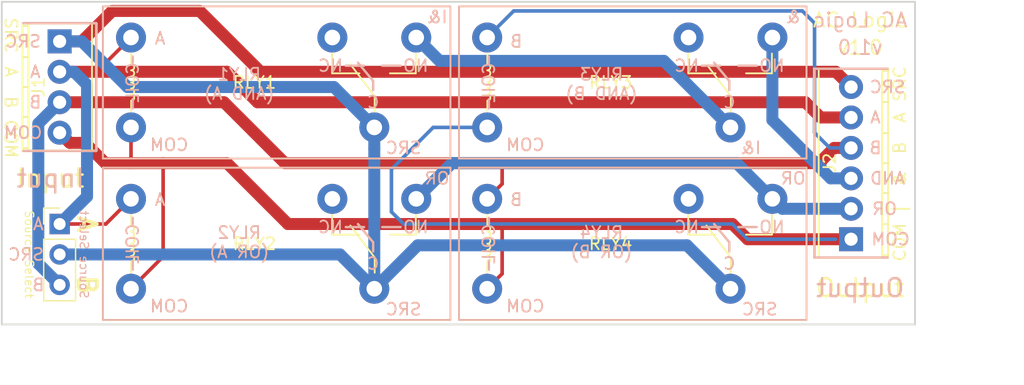
<source format=kicad_pcb>
(kicad_pcb (version 4) (host pcbnew 4.0.7)

  (general
    (links 22)
    (no_connects 1)
    (area 114.441 75.362999 190.829001 102.437001)
    (thickness 1.6)
    (drawings 91)
    (tracks 86)
    (zones 0)
    (modules 7)
    (nets 12)
  )

  (page A4)
  (layers
    (0 F.Cu signal hide)
    (31 B.Cu signal)
    (32 B.Adhes user)
    (33 F.Adhes user)
    (34 B.Paste user)
    (35 F.Paste user)
    (36 B.SilkS user)
    (37 F.SilkS user)
    (38 B.Mask user)
    (39 F.Mask user)
    (40 Dwgs.User user)
    (41 Cmts.User user)
    (42 Eco1.User user)
    (43 Eco2.User user)
    (44 Edge.Cuts user)
    (45 Margin user)
    (46 B.CrtYd user)
    (47 F.CrtYd user)
    (48 B.Fab user hide)
    (49 F.Fab user hide)
  )

  (setup
    (last_trace_width 0.25)
    (trace_clearance 0.2)
    (zone_clearance 0.508)
    (zone_45_only no)
    (trace_min 0.2)
    (segment_width 0.2)
    (edge_width 0.15)
    (via_size 0.6)
    (via_drill 0.4)
    (via_min_size 0.4)
    (via_min_drill 0.3)
    (uvia_size 0.3)
    (uvia_drill 0.1)
    (uvias_allowed no)
    (uvia_min_size 0.2)
    (uvia_min_drill 0.1)
    (pcb_text_width 0.3)
    (pcb_text_size 1.5 1.5)
    (mod_edge_width 0.15)
    (mod_text_size 1 1)
    (mod_text_width 0.15)
    (pad_size 1.524 1.524)
    (pad_drill 0.762)
    (pad_to_mask_clearance 0.2)
    (aux_axis_origin 0 0)
    (visible_elements 7FFFFFFF)
    (pcbplotparams
      (layerselection 0x010f0_80000001)
      (usegerberextensions false)
      (excludeedgelayer true)
      (linewidth 0.100000)
      (plotframeref false)
      (viasonmask false)
      (mode 1)
      (useauxorigin false)
      (hpglpennumber 1)
      (hpglpenspeed 20)
      (hpglpendiameter 15)
      (hpglpenoverlay 2)
      (psnegative false)
      (psa4output false)
      (plotreference true)
      (plotvalue true)
      (plotinvisibletext false)
      (padsonsilk false)
      (subtractmaskfromsilk false)
      (outputformat 1)
      (mirror false)
      (drillshape 0)
      (scaleselection 1)
      (outputdirectory Export/))
  )

  (net 0 "")
  (net 1 SOURCE)
  (net 2 A)
  (net 3 B)
  (net 4 COMMON)
  (net 5 AND)
  (net 6 OR)
  (net 7 INT_AND)
  (net 8 "Net-(RLY1-Pad12)")
  (net 9 "Net-(RLY2-Pad12)")
  (net 10 "Net-(RLY3-Pad12)")
  (net 11 "Net-(RLY4-Pad12)")

  (net_class Default "This is the default net class."
    (clearance 0.2)
    (trace_width 0.25)
    (via_dia 0.6)
    (via_drill 0.4)
    (uvia_dia 0.3)
    (uvia_drill 0.1)
  )

  (net_class "High Current" ""
    (clearance 0.2)
    (trace_width 1)
    (via_dia 0.6)
    (via_drill 0.4)
    (uvia_dia 0.3)
    (uvia_drill 0.1)
    (add_net A)
    (add_net AND)
    (add_net B)
    (add_net INT_AND)
    (add_net OR)
    (add_net SOURCE)
  )

  (net_class "Low Current" ""
    (clearance 0.2)
    (trace_width 0.3)
    (via_dia 0.6)
    (via_drill 0.4)
    (uvia_dia 0.3)
    (uvia_drill 0.1)
    (add_net COMMON)
    (add_net "Net-(RLY1-Pad12)")
    (add_net "Net-(RLY2-Pad12)")
    (add_net "Net-(RLY3-Pad12)")
    (add_net "Net-(RLY4-Pad12)")
  )

  (module Pin_Headers:Pin_Header_Straight_1x03_Pitch2.54mm (layer F.Cu) (tedit 5C58C9F5) (tstamp 5C58B6FB)
    (at 119.38 93.98)
    (descr "Through hole straight pin header, 1x03, 2.54mm pitch, single row")
    (tags "Through hole pin header THT 1x03 2.54mm single row")
    (path /5C58CA88)
    (fp_text reference JP1 (at 0 7.366) (layer F.SilkS) hide
      (effects (font (size 1 1) (thickness 0.15)))
    )
    (fp_text value "Source Select" (at -2.794 2.54 270) (layer F.Fab)
      (effects (font (size 1 1) (thickness 0.15)))
    )
    (fp_line (start -0.635 -1.27) (end 1.27 -1.27) (layer F.Fab) (width 0.1))
    (fp_line (start 1.27 -1.27) (end 1.27 6.35) (layer F.Fab) (width 0.1))
    (fp_line (start 1.27 6.35) (end -1.27 6.35) (layer F.Fab) (width 0.1))
    (fp_line (start -1.27 6.35) (end -1.27 -0.635) (layer F.Fab) (width 0.1))
    (fp_line (start -1.27 -0.635) (end -0.635 -1.27) (layer F.Fab) (width 0.1))
    (fp_line (start -1.33 6.41) (end 1.33 6.41) (layer F.SilkS) (width 0.12))
    (fp_line (start -1.33 1.27) (end -1.33 6.41) (layer F.SilkS) (width 0.12))
    (fp_line (start 1.33 1.27) (end 1.33 6.41) (layer F.SilkS) (width 0.12))
    (fp_line (start -1.33 1.27) (end 1.33 1.27) (layer F.SilkS) (width 0.12))
    (fp_line (start -1.33 0) (end -1.33 -1.33) (layer F.SilkS) (width 0.12))
    (fp_line (start -1.33 -1.33) (end 0 -1.33) (layer F.SilkS) (width 0.12))
    (fp_line (start -1.8 -1.8) (end -1.8 6.85) (layer F.CrtYd) (width 0.05))
    (fp_line (start -1.8 6.85) (end 1.8 6.85) (layer F.CrtYd) (width 0.05))
    (fp_line (start 1.8 6.85) (end 1.8 -1.8) (layer F.CrtYd) (width 0.05))
    (fp_line (start 1.8 -1.8) (end -1.8 -1.8) (layer F.CrtYd) (width 0.05))
    (fp_text user %R (at 0 -2.032) (layer F.Fab)
      (effects (font (size 1 1) (thickness 0.15)))
    )
    (pad 1 thru_hole rect (at 0 0) (size 1.7 1.7) (drill 1) (layers *.Cu *.Mask)
      (net 2 A))
    (pad 2 thru_hole oval (at 0 2.54) (size 1.7 1.7) (drill 1) (layers *.Cu *.Mask)
      (net 1 SOURCE))
    (pad 3 thru_hole oval (at 0 5.08) (size 1.7 1.7) (drill 1) (layers *.Cu *.Mask)
      (net 3 B))
    (model ${KISYS3DMOD}/Pin_Headers.3dshapes/Pin_Header_Straight_1x03_Pitch2.54mm.wrl
      (at (xyz 0 0 0))
      (scale (xyz 1 1 1))
      (rotate (xyz 0 0 0))
    )
  )

  (module Footprints:TE-RT1-3.5mm (layer F.Cu) (tedit 5C58CB1A) (tstamp 5C58B71E)
    (at 135.636 82.169)
    (path /5C58C26A)
    (fp_text reference RLY1 (at 0 0) (layer F.SilkS)
      (effects (font (size 1 1) (thickness 0.15)))
    )
    (fp_text value AND_A (at 0 5.08) (layer F.Fab)
      (effects (font (size 1 1) (thickness 0.15)))
    )
    (fp_line (start -10.287 -1.524) (end -10.287 -2.413) (layer F.SilkS) (width 0.15))
    (fp_line (start -10.287 1.524) (end -10.287 2.413) (layer F.SilkS) (width 0.15))
    (fp_arc (start -10.287 -0.254) (end -10.287 -0.508) (angle 180) (layer F.SilkS) (width 0.15))
    (fp_line (start 10.033 1.143) (end 8.001 -1.524) (layer F.SilkS) (width 0.15))
    (fp_line (start 10.033 2.413) (end 10.033 1.143) (layer F.SilkS) (width 0.15))
    (fp_line (start 13.462 -0.762) (end 11.303 -0.762) (layer F.SilkS) (width 0.15))
    (fp_line (start 13.462 -2.413) (end 13.462 -0.762) (layer F.SilkS) (width 0.15))
    (fp_line (start 6.477 -0.762) (end 8.763 -0.762) (layer F.SilkS) (width 0.15))
    (fp_line (start 6.477 -2.413) (end 6.477 -0.762) (layer F.SilkS) (width 0.15))
    (fp_text user C (at 9.906 1.651) (layer B.SilkS)
      (effects (font (size 1 1) (thickness 0.15)) (justify mirror))
    )
    (fp_line (start -12.65 -6.35) (end -12.65 6.35) (layer F.SilkS) (width 0.15))
    (fp_line (start 16.35 6.35) (end -12.65 6.35) (layer F.SilkS) (width 0.15))
    (fp_line (start 16.35 -6.35) (end 16.35 6.35) (layer F.SilkS) (width 0.15))
    (fp_line (start -12.65 -6.35) (end 16.35 -6.35) (layer F.SilkS) (width 0.15))
    (fp_text user NO (at 13.462 -1.397) (layer B.SilkS)
      (effects (font (size 1 1) (thickness 0.15)) (justify mirror))
    )
    (fp_text user NC (at 6.35 -1.397) (layer B.SilkS)
      (effects (font (size 1 1) (thickness 0.15)) (justify mirror))
    )
    (fp_text user COIL (at -10.16 0 90) (layer B.SilkS)
      (effects (font (size 1 1) (thickness 0.15)) (justify mirror))
    )
    (fp_arc (start -10.287 -1.27) (end -10.287 -1.524) (angle 180) (layer F.SilkS) (width 0.15))
    (fp_arc (start -10.287 -0.762) (end -10.287 -1.016) (angle 180) (layer F.SilkS) (width 0.15))
    (fp_arc (start -10.287 0.762) (end -10.287 0.508) (angle 180) (layer F.SilkS) (width 0.15))
    (fp_arc (start -10.287 0.254) (end -10.287 0) (angle 180) (layer F.SilkS) (width 0.15))
    (fp_arc (start -10.287 1.27) (end -10.287 1.016) (angle 180) (layer F.SilkS) (width 0.15))
    (fp_line (start -12.65 6.35) (end 16.35 6.35) (layer B.SilkS) (width 0.15))
    (fp_line (start 16.35 6.35) (end 16.35 -6.35) (layer B.SilkS) (width 0.15))
    (fp_line (start 16.35 -6.35) (end -12.65 -6.35) (layer B.SilkS) (width 0.15))
    (fp_line (start -12.65 6.35) (end -12.65 -6.35) (layer B.SilkS) (width 0.15))
    (pad A2 thru_hole circle (at -10.3 3.75) (size 2.5 2.5) (drill 1.3) (layers *.Cu *.Mask)
      (net 4 COMMON))
    (pad A1 thru_hole circle (at -10.3 -3.75) (size 2.5 2.5) (drill 1.3) (layers *.Cu *.Mask)
      (net 2 A))
    (pad 11 thru_hole circle (at 10 3.75) (size 2.5 2.5) (drill 1.3) (layers *.Cu *.Mask)
      (net 1 SOURCE))
    (pad 14 thru_hole circle (at 13.5 -3.75) (size 2.5 2.5) (drill 1.3) (layers *.Cu *.Mask)
      (net 7 INT_AND))
    (pad 12 thru_hole circle (at 6.5 -3.75) (size 2.5 2.5) (drill 1.3) (layers *.Cu *.Mask)
      (net 8 "Net-(RLY1-Pad12)"))
    (model Relays_THT.3dshapes/Relay_SPDT_OMRON-G6E.wrl
      (at (xyz 0.525 0.19 0))
      (scale (xyz 1.8 1.25 1.8))
      (rotate (xyz 0 0 180))
    )
  )

  (module Footprints:TE-RT1-3.5mm (layer F.Cu) (tedit 5C58CB16) (tstamp 5C58B741)
    (at 135.636 95.631)
    (path /5C58C2E3)
    (fp_text reference RLY2 (at 0 0) (layer F.SilkS)
      (effects (font (size 1 1) (thickness 0.15)))
    )
    (fp_text value OR_A (at 0 5.08) (layer F.Fab)
      (effects (font (size 1 1) (thickness 0.15)))
    )
    (fp_line (start -10.287 -1.524) (end -10.287 -2.413) (layer F.SilkS) (width 0.15))
    (fp_line (start -10.287 1.524) (end -10.287 2.413) (layer F.SilkS) (width 0.15))
    (fp_arc (start -10.287 -0.254) (end -10.287 -0.508) (angle 180) (layer F.SilkS) (width 0.15))
    (fp_line (start 10.033 1.143) (end 8.001 -1.524) (layer F.SilkS) (width 0.15))
    (fp_line (start 10.033 2.413) (end 10.033 1.143) (layer F.SilkS) (width 0.15))
    (fp_line (start 13.462 -0.762) (end 11.303 -0.762) (layer F.SilkS) (width 0.15))
    (fp_line (start 13.462 -2.413) (end 13.462 -0.762) (layer F.SilkS) (width 0.15))
    (fp_line (start 6.477 -0.762) (end 8.763 -0.762) (layer F.SilkS) (width 0.15))
    (fp_line (start 6.477 -2.413) (end 6.477 -0.762) (layer F.SilkS) (width 0.15))
    (fp_text user C (at 9.906 1.651) (layer B.SilkS)
      (effects (font (size 1 1) (thickness 0.15)) (justify mirror))
    )
    (fp_line (start -12.65 -6.35) (end -12.65 6.35) (layer F.SilkS) (width 0.15))
    (fp_line (start 16.35 6.35) (end -12.65 6.35) (layer F.SilkS) (width 0.15))
    (fp_line (start 16.35 -6.35) (end 16.35 6.35) (layer F.SilkS) (width 0.15))
    (fp_line (start -12.65 -6.35) (end 16.35 -6.35) (layer F.SilkS) (width 0.15))
    (fp_text user NO (at 13.462 -1.397) (layer B.SilkS)
      (effects (font (size 1 1) (thickness 0.15)) (justify mirror))
    )
    (fp_text user NC (at 6.35 -1.397) (layer B.SilkS)
      (effects (font (size 1 1) (thickness 0.15)) (justify mirror))
    )
    (fp_text user COIL (at -10.16 0 90) (layer B.SilkS)
      (effects (font (size 1 1) (thickness 0.15)) (justify mirror))
    )
    (fp_arc (start -10.287 -1.27) (end -10.287 -1.524) (angle 180) (layer F.SilkS) (width 0.15))
    (fp_arc (start -10.287 -0.762) (end -10.287 -1.016) (angle 180) (layer F.SilkS) (width 0.15))
    (fp_arc (start -10.287 0.762) (end -10.287 0.508) (angle 180) (layer F.SilkS) (width 0.15))
    (fp_arc (start -10.287 0.254) (end -10.287 0) (angle 180) (layer F.SilkS) (width 0.15))
    (fp_arc (start -10.287 1.27) (end -10.287 1.016) (angle 180) (layer F.SilkS) (width 0.15))
    (fp_line (start -12.65 6.35) (end 16.35 6.35) (layer B.SilkS) (width 0.15))
    (fp_line (start 16.35 6.35) (end 16.35 -6.35) (layer B.SilkS) (width 0.15))
    (fp_line (start 16.35 -6.35) (end -12.65 -6.35) (layer B.SilkS) (width 0.15))
    (fp_line (start -12.65 6.35) (end -12.65 -6.35) (layer B.SilkS) (width 0.15))
    (pad A2 thru_hole circle (at -10.3 3.75) (size 2.5 2.5) (drill 1.3) (layers *.Cu *.Mask)
      (net 4 COMMON))
    (pad A1 thru_hole circle (at -10.3 -3.75) (size 2.5 2.5) (drill 1.3) (layers *.Cu *.Mask)
      (net 2 A))
    (pad 11 thru_hole circle (at 10 3.75) (size 2.5 2.5) (drill 1.3) (layers *.Cu *.Mask)
      (net 1 SOURCE))
    (pad 14 thru_hole circle (at 13.5 -3.75) (size 2.5 2.5) (drill 1.3) (layers *.Cu *.Mask)
      (net 6 OR))
    (pad 12 thru_hole circle (at 6.5 -3.75) (size 2.5 2.5) (drill 1.3) (layers *.Cu *.Mask)
      (net 9 "Net-(RLY2-Pad12)"))
    (model Relays_THT.3dshapes/Relay_SPDT_OMRON-G6E.wrl
      (at (xyz 0.525 0.19 0))
      (scale (xyz 1.8 1.25 1.8))
      (rotate (xyz 0 0 180))
    )
  )

  (module Footprints:TE-RT1-3.5mm (layer F.Cu) (tedit 5C58CB0E) (tstamp 5C58B764)
    (at 165.354 82.169)
    (path /5C58C2AD)
    (fp_text reference RLY3 (at 0 0) (layer F.SilkS)
      (effects (font (size 1 1) (thickness 0.15)))
    )
    (fp_text value AND_B (at 0 5.08) (layer F.Fab)
      (effects (font (size 1 1) (thickness 0.15)))
    )
    (fp_line (start -10.287 -1.524) (end -10.287 -2.413) (layer F.SilkS) (width 0.15))
    (fp_line (start -10.287 1.524) (end -10.287 2.413) (layer F.SilkS) (width 0.15))
    (fp_arc (start -10.287 -0.254) (end -10.287 -0.508) (angle 180) (layer F.SilkS) (width 0.15))
    (fp_line (start 10.033 1.143) (end 8.001 -1.524) (layer F.SilkS) (width 0.15))
    (fp_line (start 10.033 2.413) (end 10.033 1.143) (layer F.SilkS) (width 0.15))
    (fp_line (start 13.462 -0.762) (end 11.303 -0.762) (layer F.SilkS) (width 0.15))
    (fp_line (start 13.462 -2.413) (end 13.462 -0.762) (layer F.SilkS) (width 0.15))
    (fp_line (start 6.477 -0.762) (end 8.763 -0.762) (layer F.SilkS) (width 0.15))
    (fp_line (start 6.477 -2.413) (end 6.477 -0.762) (layer F.SilkS) (width 0.15))
    (fp_text user C (at 9.906 1.651) (layer B.SilkS)
      (effects (font (size 1 1) (thickness 0.15)) (justify mirror))
    )
    (fp_line (start -12.65 -6.35) (end -12.65 6.35) (layer F.SilkS) (width 0.15))
    (fp_line (start 16.35 6.35) (end -12.65 6.35) (layer F.SilkS) (width 0.15))
    (fp_line (start 16.35 -6.35) (end 16.35 6.35) (layer F.SilkS) (width 0.15))
    (fp_line (start -12.65 -6.35) (end 16.35 -6.35) (layer F.SilkS) (width 0.15))
    (fp_text user NO (at 13.462 -1.397) (layer B.SilkS)
      (effects (font (size 1 1) (thickness 0.15)) (justify mirror))
    )
    (fp_text user NC (at 6.35 -1.397) (layer B.SilkS)
      (effects (font (size 1 1) (thickness 0.15)) (justify mirror))
    )
    (fp_text user COIL (at -10.16 0 90) (layer B.SilkS)
      (effects (font (size 1 1) (thickness 0.15)) (justify mirror))
    )
    (fp_arc (start -10.287 -1.27) (end -10.287 -1.524) (angle 180) (layer F.SilkS) (width 0.15))
    (fp_arc (start -10.287 -0.762) (end -10.287 -1.016) (angle 180) (layer F.SilkS) (width 0.15))
    (fp_arc (start -10.287 0.762) (end -10.287 0.508) (angle 180) (layer F.SilkS) (width 0.15))
    (fp_arc (start -10.287 0.254) (end -10.287 0) (angle 180) (layer F.SilkS) (width 0.15))
    (fp_arc (start -10.287 1.27) (end -10.287 1.016) (angle 180) (layer F.SilkS) (width 0.15))
    (fp_line (start -12.65 6.35) (end 16.35 6.35) (layer B.SilkS) (width 0.15))
    (fp_line (start 16.35 6.35) (end 16.35 -6.35) (layer B.SilkS) (width 0.15))
    (fp_line (start 16.35 -6.35) (end -12.65 -6.35) (layer B.SilkS) (width 0.15))
    (fp_line (start -12.65 6.35) (end -12.65 -6.35) (layer B.SilkS) (width 0.15))
    (pad A2 thru_hole circle (at -10.3 3.75) (size 2.5 2.5) (drill 1.3) (layers *.Cu *.Mask)
      (net 4 COMMON))
    (pad A1 thru_hole circle (at -10.3 -3.75) (size 2.5 2.5) (drill 1.3) (layers *.Cu *.Mask)
      (net 3 B))
    (pad 11 thru_hole circle (at 10 3.75) (size 2.5 2.5) (drill 1.3) (layers *.Cu *.Mask)
      (net 7 INT_AND))
    (pad 14 thru_hole circle (at 13.5 -3.75) (size 2.5 2.5) (drill 1.3) (layers *.Cu *.Mask)
      (net 5 AND))
    (pad 12 thru_hole circle (at 6.5 -3.75) (size 2.5 2.5) (drill 1.3) (layers *.Cu *.Mask)
      (net 10 "Net-(RLY3-Pad12)"))
    (model Relays_THT.3dshapes/Relay_SPDT_OMRON-G6E.wrl
      (at (xyz 0.525 0.19 0))
      (scale (xyz 1.8 1.25 1.8))
      (rotate (xyz 0 0 180))
    )
  )

  (module Footprints:TE-RT1-3.5mm (layer F.Cu) (tedit 5C58CB12) (tstamp 5C58B787)
    (at 165.354 95.631)
    (path /5C58C357)
    (fp_text reference RLY4 (at 0 0) (layer F.SilkS)
      (effects (font (size 1 1) (thickness 0.15)))
    )
    (fp_text value OR_B (at 0 5.08) (layer F.Fab)
      (effects (font (size 1 1) (thickness 0.15)))
    )
    (fp_line (start -10.287 -1.524) (end -10.287 -2.413) (layer F.SilkS) (width 0.15))
    (fp_line (start -10.287 1.524) (end -10.287 2.413) (layer F.SilkS) (width 0.15))
    (fp_arc (start -10.287 -0.254) (end -10.287 -0.508) (angle 180) (layer F.SilkS) (width 0.15))
    (fp_line (start 10.033 1.143) (end 8.001 -1.524) (layer F.SilkS) (width 0.15))
    (fp_line (start 10.033 2.413) (end 10.033 1.143) (layer F.SilkS) (width 0.15))
    (fp_line (start 13.462 -0.762) (end 11.303 -0.762) (layer F.SilkS) (width 0.15))
    (fp_line (start 13.462 -2.413) (end 13.462 -0.762) (layer F.SilkS) (width 0.15))
    (fp_line (start 6.477 -0.762) (end 8.763 -0.762) (layer F.SilkS) (width 0.15))
    (fp_line (start 6.477 -2.413) (end 6.477 -0.762) (layer F.SilkS) (width 0.15))
    (fp_text user C (at 9.906 1.651) (layer B.SilkS)
      (effects (font (size 1 1) (thickness 0.15)) (justify mirror))
    )
    (fp_line (start -12.65 -6.35) (end -12.65 6.35) (layer F.SilkS) (width 0.15))
    (fp_line (start 16.35 6.35) (end -12.65 6.35) (layer F.SilkS) (width 0.15))
    (fp_line (start 16.35 -6.35) (end 16.35 6.35) (layer F.SilkS) (width 0.15))
    (fp_line (start -12.65 -6.35) (end 16.35 -6.35) (layer F.SilkS) (width 0.15))
    (fp_text user NO (at 13.462 -1.397) (layer B.SilkS)
      (effects (font (size 1 1) (thickness 0.15)) (justify mirror))
    )
    (fp_text user NC (at 6.35 -1.397) (layer B.SilkS)
      (effects (font (size 1 1) (thickness 0.15)) (justify mirror))
    )
    (fp_text user COIL (at -10.16 0 90) (layer B.SilkS)
      (effects (font (size 1 1) (thickness 0.15)) (justify mirror))
    )
    (fp_arc (start -10.287 -1.27) (end -10.287 -1.524) (angle 180) (layer F.SilkS) (width 0.15))
    (fp_arc (start -10.287 -0.762) (end -10.287 -1.016) (angle 180) (layer F.SilkS) (width 0.15))
    (fp_arc (start -10.287 0.762) (end -10.287 0.508) (angle 180) (layer F.SilkS) (width 0.15))
    (fp_arc (start -10.287 0.254) (end -10.287 0) (angle 180) (layer F.SilkS) (width 0.15))
    (fp_arc (start -10.287 1.27) (end -10.287 1.016) (angle 180) (layer F.SilkS) (width 0.15))
    (fp_line (start -12.65 6.35) (end 16.35 6.35) (layer B.SilkS) (width 0.15))
    (fp_line (start 16.35 6.35) (end 16.35 -6.35) (layer B.SilkS) (width 0.15))
    (fp_line (start 16.35 -6.35) (end -12.65 -6.35) (layer B.SilkS) (width 0.15))
    (fp_line (start -12.65 6.35) (end -12.65 -6.35) (layer B.SilkS) (width 0.15))
    (pad A2 thru_hole circle (at -10.3 3.75) (size 2.5 2.5) (drill 1.3) (layers *.Cu *.Mask)
      (net 4 COMMON))
    (pad A1 thru_hole circle (at -10.3 -3.75) (size 2.5 2.5) (drill 1.3) (layers *.Cu *.Mask)
      (net 3 B))
    (pad 11 thru_hole circle (at 10 3.75) (size 2.5 2.5) (drill 1.3) (layers *.Cu *.Mask)
      (net 1 SOURCE))
    (pad 14 thru_hole circle (at 13.5 -3.75) (size 2.5 2.5) (drill 1.3) (layers *.Cu *.Mask)
      (net 6 OR))
    (pad 12 thru_hole circle (at 6.5 -3.75) (size 2.5 2.5) (drill 1.3) (layers *.Cu *.Mask)
      (net 11 "Net-(RLY4-Pad12)"))
    (model Relays_THT.3dshapes/Relay_SPDT_OMRON-G6E.wrl
      (at (xyz 0.525 0.19 0))
      (scale (xyz 1.8 1.25 1.8))
      (rotate (xyz 0 0 180))
    )
  )

  (module TerminalBlocks_Phoenix:TerminalBlock_Phoenix_MPT-2.54mm_4pol (layer F.Cu) (tedit 59FF0755) (tstamp 5C58BD7D)
    (at 119.38 78.74 270)
    (descr "4-way 2.54mm pitch terminal block, Phoenix MPT series")
    (path /5C58A683)
    (fp_text reference J1 (at 3.81 1.778 270) (layer F.SilkS)
      (effects (font (size 1 1) (thickness 0.15)))
    )
    (fp_text value Input (at -2.286 1.016 360) (layer F.Fab)
      (effects (font (size 1 1) (thickness 0.15)))
    )
    (fp_text user %R (at -2.286 -2.286 360) (layer F.Fab)
      (effects (font (size 1 1) (thickness 0.15)))
    )
    (fp_line (start -1.78 -3.3) (end 9.4 -3.3) (layer F.CrtYd) (width 0.05))
    (fp_line (start -1.78 3.3) (end -1.78 -3.3) (layer F.CrtYd) (width 0.05))
    (fp_line (start 9.4 3.3) (end -1.78 3.3) (layer F.CrtYd) (width 0.05))
    (fp_line (start 9.4 -3.3) (end 9.4 3.3) (layer F.CrtYd) (width 0.05))
    (fp_line (start 9.11098 -3.0988) (end -1.49098 -3.0988) (layer F.SilkS) (width 0.15))
    (fp_line (start -1.49098 -2.70002) (end 9.11098 -2.70002) (layer F.SilkS) (width 0.15))
    (fp_line (start -1.49098 2.60096) (end 9.11098 2.60096) (layer F.SilkS) (width 0.15))
    (fp_line (start 9.11098 3.0988) (end -1.49098 3.0988) (layer F.SilkS) (width 0.15))
    (fp_line (start 6.30682 2.60096) (end 6.30682 3.0988) (layer F.SilkS) (width 0.15))
    (fp_line (start 3.81 2.60096) (end 3.81 3.0988) (layer F.SilkS) (width 0.15))
    (fp_line (start -1.28778 3.0988) (end -1.28778 2.60096) (layer F.SilkS) (width 0.15))
    (fp_line (start 8.91032 2.60096) (end 8.91032 3.0988) (layer F.SilkS) (width 0.15))
    (fp_line (start 1.31318 3.0988) (end 1.31318 2.60096) (layer F.SilkS) (width 0.15))
    (fp_line (start 9.10844 3.0988) (end 9.10844 -3.0988) (layer F.SilkS) (width 0.15))
    (fp_line (start -1.4859 -3.0988) (end -1.4859 3.0988) (layer F.SilkS) (width 0.15))
    (pad 4 thru_hole oval (at 7.62 0 90) (size 1.99898 1.99898) (drill 1.09728) (layers *.Cu *.Mask)
      (net 4 COMMON))
    (pad 1 thru_hole rect (at 0 0 90) (size 1.99898 1.99898) (drill 1.09728) (layers *.Cu *.Mask)
      (net 1 SOURCE))
    (pad 2 thru_hole oval (at 2.54 0 90) (size 1.99898 1.99898) (drill 1.09728) (layers *.Cu *.Mask)
      (net 2 A))
    (pad 3 thru_hole oval (at 5.08 0 90) (size 1.99898 1.99898) (drill 1.09728) (layers *.Cu *.Mask)
      (net 3 B))
    (model Terminal_Blocks.3dshapes/TerminalBlock_Pheonix_MPT-2.54mm_4pol.wrl
      (at (xyz 0.15 0 0))
      (scale (xyz 1 1 1))
      (rotate (xyz 0 0 0))
    )
  )

  (module TerminalBlocks_Phoenix:TerminalBlock_Phoenix_MPT-2.54mm_6pol (layer F.Cu) (tedit 59FF0755) (tstamp 5C58BD84)
    (at 185.42 95.25 90)
    (descr "6-way 2.54mm pitch terminal block, Phoenix MPT series")
    (path /5C58A758)
    (fp_text reference J2 (at 6.35 -1.778 270) (layer F.SilkS)
      (effects (font (size 1 1) (thickness 0.15)))
    )
    (fp_text value Output (at 15.24 0 180) (layer F.Fab)
      (effects (font (size 1 1) (thickness 0.15)))
    )
    (fp_text user %R (at 15.24 3.81 180) (layer F.Fab)
      (effects (font (size 1 1) (thickness 0.15)))
    )
    (fp_line (start -1.78 -3.3) (end 14.48 -3.3) (layer F.CrtYd) (width 0.05))
    (fp_line (start -1.78 3.3) (end -1.78 -3.3) (layer F.CrtYd) (width 0.05))
    (fp_line (start 14.48 3.3) (end -1.78 3.3) (layer F.CrtYd) (width 0.05))
    (fp_line (start 14.48 -3.3) (end 14.48 3.3) (layer F.CrtYd) (width 0.05))
    (fp_line (start 14.2494 -3.0988) (end -1.5494 -3.0988) (layer F.SilkS) (width 0.15))
    (fp_line (start 14.2494 -2.70002) (end -1.5494 -2.70002) (layer F.SilkS) (width 0.15))
    (fp_line (start -1.5494 3.0988) (end 14.2494 3.0988) (layer F.SilkS) (width 0.15))
    (fp_line (start 14.2494 2.60096) (end -1.5494 2.60096) (layer F.SilkS) (width 0.15))
    (fp_line (start 11.45032 2.60096) (end 11.45032 3.0988) (layer F.SilkS) (width 0.15))
    (fp_line (start 8.84936 2.60096) (end 8.84936 3.0988) (layer F.SilkS) (width 0.15))
    (fp_line (start 6.34746 2.60096) (end 6.34746 3.0988) (layer F.SilkS) (width 0.15))
    (fp_line (start 3.85064 2.60096) (end 3.85064 3.0988) (layer F.SilkS) (width 0.15))
    (fp_line (start -1.3462 3.0988) (end -1.3462 2.60096) (layer F.SilkS) (width 0.15))
    (fp_line (start 14.0462 2.60096) (end 14.0462 3.0988) (layer F.SilkS) (width 0.15))
    (fp_line (start 1.25222 3.0988) (end 1.25222 2.60096) (layer F.SilkS) (width 0.15))
    (fp_line (start 14.24432 3.0988) (end 14.24432 -3.0988) (layer F.SilkS) (width 0.15))
    (fp_line (start -1.54432 -3.0988) (end -1.54432 3.0988) (layer F.SilkS) (width 0.15))
    (pad 4 thru_hole oval (at 7.62 0 270) (size 1.99898 1.99898) (drill 1.09728) (layers *.Cu *.Mask)
      (net 3 B))
    (pad 1 thru_hole rect (at 0 0 270) (size 1.99898 1.99898) (drill 1.09728) (layers *.Cu *.Mask)
      (net 4 COMMON))
    (pad 2 thru_hole oval (at 2.54 0 270) (size 1.99898 1.99898) (drill 1.09728) (layers *.Cu *.Mask)
      (net 6 OR))
    (pad 3 thru_hole oval (at 5.08 0 270) (size 1.99898 1.99898) (drill 1.09728) (layers *.Cu *.Mask)
      (net 5 AND))
    (pad 5 thru_hole oval (at 10.16 0 270) (size 1.99898 1.99898) (drill 1.09728) (layers *.Cu *.Mask)
      (net 2 A))
    (pad 6 thru_hole oval (at 12.7 0 270) (size 1.99898 1.99898) (drill 1.09728) (layers *.Cu *.Mask)
      (net 1 SOURCE))
    (model Terminal_Blocks.3dshapes/TerminalBlock_Pheonix_MPT-2.54mm_6pol.wrl
      (at (xyz 0.25 0 0))
      (scale (xyz 1 1 1))
      (rotate (xyz 0 0 0))
    )
  )

  (dimension 76.2 (width 0.3) (layer Eco1.User)
    (gr_text "76.200 mm" (at 152.654 108.03) (layer Eco1.User)
      (effects (font (size 1.5 1.5) (thickness 0.3)))
    )
    (feature1 (pts (xy 190.754 104.14) (xy 190.754 109.38)))
    (feature2 (pts (xy 114.554 104.14) (xy 114.554 109.38)))
    (crossbar (pts (xy 114.554 106.68) (xy 190.754 106.68)))
    (arrow1a (pts (xy 190.754 106.68) (xy 189.627496 107.266421)))
    (arrow1b (pts (xy 190.754 106.68) (xy 189.627496 106.093579)))
    (arrow2a (pts (xy 114.554 106.68) (xy 115.680504 107.266421)))
    (arrow2b (pts (xy 114.554 106.68) (xy 115.680504 106.093579)))
  )
  (dimension 26.924 (width 0.3) (layer Eco1.User)
    (gr_text "26.924 mm" (at 197.184 88.9 90) (layer Eco1.User)
      (effects (font (size 1.5 1.5) (thickness 0.3)))
    )
    (feature1 (pts (xy 193.04 75.438) (xy 198.534 75.438)))
    (feature2 (pts (xy 193.04 102.362) (xy 198.534 102.362)))
    (crossbar (pts (xy 195.834 102.362) (xy 195.834 75.438)))
    (arrow1a (pts (xy 195.834 75.438) (xy 196.420421 76.564504)))
    (arrow1b (pts (xy 195.834 75.438) (xy 195.247579 76.564504)))
    (arrow2a (pts (xy 195.834 102.362) (xy 196.420421 101.235496)))
    (arrow2b (pts (xy 195.834 102.362) (xy 195.247579 101.235496)))
  )
  (gr_text Input (at 118.618 90.17) (layer B.SilkS) (tstamp 5C58D0C7)
    (effects (font (size 1.5 1.5) (thickness 0.2)) (justify mirror))
  )
  (gr_text Output (at 186.182 99.314) (layer B.SilkS) (tstamp 5C58D0C5)
    (effects (font (size 1.5 1.5) (thickness 0.2)) (justify mirror))
  )
  (gr_text v1.0 (at 186.182 79.248) (layer B.SilkS) (tstamp 5C58D0C3)
    (effects (font (size 1.2 1.2) (thickness 0.15)) (justify mirror))
  )
  (gr_text "AC Logic" (at 186.182 76.962) (layer B.SilkS) (tstamp 5C58D0C1)
    (effects (font (size 1.2 1.2) (thickness 0.15)) (justify mirror))
  )
  (gr_text v1.0 (at 186.182 79.248) (layer F.SilkS) (tstamp 5C58D0A5)
    (effects (font (size 1.2 1.2) (thickness 0.15)))
  )
  (gr_text "AC Logic" (at 186.182 76.962) (layer F.SilkS) (tstamp 5C58D09E)
    (effects (font (size 1.2 1.2) (thickness 0.15)))
  )
  (gr_line (start 182.372 81.026) (end 188.468 81.026) (layer B.SilkS) (width 0.2))
  (gr_line (start 182.372 96.774) (end 182.372 81.026) (layer B.SilkS) (width 0.2))
  (gr_line (start 188.468 96.774) (end 182.372 96.774) (layer B.SilkS) (width 0.2))
  (gr_line (start 122.428 87.884) (end 116.332 87.884) (layer B.SilkS) (width 0.2))
  (gr_line (start 122.428 77.216) (end 122.428 87.884) (layer B.SilkS) (width 0.2))
  (gr_line (start 116.332 77.216) (end 122.428 77.216) (layer B.SilkS) (width 0.2))
  (gr_text "Source Select" (at 121.412 96.52 270) (layer B.SilkS) (tstamp 5C58D099)
    (effects (font (size 0.7 0.7) (thickness 0.1)) (justify mirror))
  )
  (gr_text OR (at 188.214 92.71) (layer B.SilkS) (tstamp 5C58D087)
    (effects (font (size 1 1) (thickness 0.15)) (justify mirror))
  )
  (gr_text AND (at 188.468 90.17) (layer B.SilkS) (tstamp 5C58D086)
    (effects (font (size 1 1) (thickness 0.15)) (justify mirror))
  )
  (gr_text B (at 187.452 87.63) (layer B.SilkS) (tstamp 5C58D07A)
    (effects (font (size 1 1) (thickness 0.15)) (justify mirror))
  )
  (gr_text A (at 187.452 85.09) (layer B.SilkS) (tstamp 5C58D078)
    (effects (font (size 1 1) (thickness 0.15)) (justify mirror))
  )
  (gr_text COM (at 188.722 95.25) (layer B.SilkS) (tstamp 5C58D076)
    (effects (font (size 1 1) (thickness 0.15)) (justify mirror))
  )
  (gr_text SRC (at 188.468 82.55) (layer B.SilkS) (tstamp 5C58D074)
    (effects (font (size 1 1) (thickness 0.15)) (justify mirror))
  )
  (gr_text A (at 117.602 93.98) (layer B.SilkS) (tstamp 5C58D06B)
    (effects (font (size 1 1) (thickness 0.15)) (justify mirror))
  )
  (gr_text B (at 117.602 99.06) (layer B.SilkS) (tstamp 5C58D069)
    (effects (font (size 1 1) (thickness 0.15)) (justify mirror))
  )
  (gr_text SRC (at 116.586 96.52) (layer B.SilkS) (tstamp 5C58D067)
    (effects (font (size 1 1) (thickness 0.15)) (justify mirror))
  )
  (gr_text SRC (at 116.332 78.74) (layer B.SilkS) (tstamp 5C58D060)
    (effects (font (size 1 1) (thickness 0.15)) (justify mirror))
  )
  (gr_text A (at 117.348 81.28) (layer B.SilkS) (tstamp 5C58D05F)
    (effects (font (size 1 1) (thickness 0.15)) (justify mirror))
  )
  (gr_text B (at 117.348 83.82) (layer B.SilkS) (tstamp 5C58D05E)
    (effects (font (size 1 1) (thickness 0.15)) (justify mirror))
  )
  (gr_text COM (at 116.332 86.36) (layer B.SilkS) (tstamp 5C58D05D)
    (effects (font (size 1 1) (thickness 0.15)) (justify mirror))
  )
  (gr_text I& (at 177.038 87.63) (layer B.SilkS) (tstamp 5C58D058)
    (effects (font (size 1 1) (thickness 0.15)) (justify mirror))
  )
  (gr_text SRC (at 177.8 101.092) (layer B.SilkS) (tstamp 5C58D051)
    (effects (font (size 1 1) (thickness 0.15)) (justify mirror))
  )
  (gr_text SRC (at 148.082 101.092) (layer B.SilkS) (tstamp 5C58D050)
    (effects (font (size 1 1) (thickness 0.15)) (justify mirror))
  )
  (gr_text SRC (at 148.082 87.63) (layer B.SilkS) (tstamp 5C58D04C)
    (effects (font (size 1 1) (thickness 0.15)) (justify mirror))
  )
  (gr_line (start 155.194 83.566) (end 155.194 84.328) (layer B.SilkS) (width 0.2) (tstamp 5C58D048))
  (gr_line (start 155.194 97.028) (end 155.194 97.79) (layer B.SilkS) (width 0.2) (tstamp 5C58D047))
  (gr_line (start 125.476 97.028) (end 125.476 97.79) (layer B.SilkS) (width 0.2) (tstamp 5C58D046))
  (gr_line (start 125.476 93.98) (end 125.476 93.472) (layer B.SilkS) (width 0.2) (tstamp 5C58D043))
  (gr_line (start 155.194 93.98) (end 155.194 93.472) (layer B.SilkS) (width 0.2) (tstamp 5C58D042))
  (gr_line (start 155.194 80.518) (end 155.194 80.01) (layer B.SilkS) (width 0.2) (tstamp 5C58D041))
  (gr_line (start 125.476 83.566) (end 125.476 84.328) (layer B.SilkS) (width 0.2))
  (gr_line (start 125.476 80.518) (end 125.476 80.01) (layer B.SilkS) (width 0.2))
  (gr_line (start 147.828 80.772) (end 146.304 80.772) (layer B.SilkS) (width 0.2) (tstamp 5C58CF1B))
  (gr_line (start 145.542 82.804) (end 145.542 82.042) (layer B.SilkS) (width 0.2) (tstamp 5C58CF1A))
  (gr_line (start 145.542 82.042) (end 144.272 80.518) (layer B.SilkS) (width 0.2) (tstamp 5C58CF19))
  (gr_line (start 143.256 80.772) (end 144.78 80.772) (layer B.SilkS) (width 0.2) (tstamp 5C58CF18))
  (gr_line (start 177.546 80.772) (end 176.022 80.772) (layer B.SilkS) (width 0.2) (tstamp 5C58CF17))
  (gr_line (start 175.26 82.804) (end 175.26 82.042) (layer B.SilkS) (width 0.2) (tstamp 5C58CF16))
  (gr_line (start 175.26 82.042) (end 173.99 80.518) (layer B.SilkS) (width 0.2) (tstamp 5C58CF15))
  (gr_line (start 172.974 80.772) (end 174.498 80.772) (layer B.SilkS) (width 0.2) (tstamp 5C58CF14))
  (gr_line (start 177.546 94.234) (end 176.022 94.234) (layer B.SilkS) (width 0.2) (tstamp 5C58CF13))
  (gr_line (start 175.26 96.266) (end 175.26 95.504) (layer B.SilkS) (width 0.2) (tstamp 5C58CF12))
  (gr_line (start 175.26 95.504) (end 173.99 93.98) (layer B.SilkS) (width 0.2) (tstamp 5C58CF11))
  (gr_line (start 172.974 94.234) (end 174.498 94.234) (layer B.SilkS) (width 0.2) (tstamp 5C58CF10))
  (gr_line (start 145.542 95.504) (end 144.272 93.98) (layer B.SilkS) (width 0.2))
  (gr_line (start 145.542 96.266) (end 145.542 95.504) (layer B.SilkS) (width 0.2))
  (gr_line (start 147.828 94.234) (end 146.304 94.234) (layer B.SilkS) (width 0.2))
  (gr_line (start 143.256 94.234) (end 144.78 94.234) (layer B.SilkS) (width 0.2))
  (gr_text I& (at 150.876 76.708) (layer B.SilkS) (tstamp 5C58CEFC)
    (effects (font (size 1 1) (thickness 0.15)) (justify mirror))
  )
  (gr_text & (at 180.594 76.708) (layer B.SilkS) (tstamp 5C58CEF0)
    (effects (font (size 1 1) (thickness 0.15)) (justify mirror))
  )
  (gr_text OR (at 150.876 90.17) (layer B.SilkS) (tstamp 5C58CEE9)
    (effects (font (size 1 1) (thickness 0.15)) (justify mirror))
  )
  (gr_text OR (at 180.594 90.17) (layer B.SilkS) (tstamp 5C58CEE5)
    (effects (font (size 1 1) (thickness 0.15)) (justify mirror))
  )
  (gr_text A (at 127.762 78.486) (layer B.SilkS) (tstamp 5C58CD1B)
    (effects (font (size 1 1) (thickness 0.15)) (justify mirror))
  )
  (gr_text A (at 127.762 91.948) (layer B.SilkS) (tstamp 5C58CD16)
    (effects (font (size 1 1) (thickness 0.15)) (justify mirror))
  )
  (gr_text B (at 157.48 91.948) (layer B.SilkS) (tstamp 5C58CD15)
    (effects (font (size 1 1) (thickness 0.15)) (justify mirror))
  )
  (gr_text B (at 157.48 78.74) (layer B.SilkS) (tstamp 5C58CD10)
    (effects (font (size 1 1) (thickness 0.15)) (justify mirror))
  )
  (gr_text COM (at 158.242 87.376) (layer B.SilkS) (tstamp 5C58CD0F)
    (effects (font (size 1 1) (thickness 0.15)) (justify mirror))
  )
  (gr_text COM (at 128.524 87.376) (layer B.SilkS) (tstamp 5C58CD0E)
    (effects (font (size 1 1) (thickness 0.15)) (justify mirror))
  )
  (gr_text COM (at 128.524 100.838) (layer B.SilkS) (tstamp 5C58CD0D)
    (effects (font (size 1 1) (thickness 0.15)) (justify mirror))
  )
  (gr_text COM (at 158.242 100.838) (layer B.SilkS) (tstamp 5C58CD04)
    (effects (font (size 1 1) (thickness 0.15)) (justify mirror))
  )
  (gr_text "RLY3\n(AND B)" (at 164.592 82.296) (layer B.SilkS) (tstamp 5C58CBE1)
    (effects (font (size 1 1) (thickness 0.15)) (justify mirror))
  )
  (gr_text "RLY4\n(OR B)" (at 164.592 95.504) (layer B.SilkS) (tstamp 5C58CBDF)
    (effects (font (size 1 1) (thickness 0.15)) (justify mirror))
  )
  (gr_text "RLY2\n(OR A)" (at 134.366 95.504) (layer B.SilkS) (tstamp 5C58CBD3)
    (effects (font (size 1 1) (thickness 0.15)) (justify mirror))
  )
  (gr_text "RLY1\n(AND A)" (at 134.366 82.296) (layer B.SilkS)
    (effects (font (size 1 1) (thickness 0.15)) (justify mirror))
  )
  (gr_text COM (at 189.484 95.504 90) (layer F.SilkS) (tstamp 5C58BBAE)
    (effects (font (size 1 1) (thickness 0.15)))
  )
  (gr_text | (at 189.484 92.71 90) (layer F.SilkS) (tstamp 5C58BBA8)
    (effects (font (size 1 1) (thickness 0.15)))
  )
  (gr_text & (at 189.484 90.17 90) (layer F.SilkS) (tstamp 5C58BB91)
    (effects (font (size 1 1) (thickness 0.15)))
  )
  (gr_text B (at 189.484 87.63 90) (layer F.SilkS) (tstamp 5C58BB90)
    (effects (font (size 1 1) (thickness 0.15)))
  )
  (gr_text A (at 189.484 85.09 90) (layer F.SilkS) (tstamp 5C58BB8F)
    (effects (font (size 1 1) (thickness 0.15)))
  )
  (gr_text SRC (at 189.484 82.296 90) (layer F.SilkS) (tstamp 5C58BB85)
    (effects (font (size 1 1) (thickness 0.15)))
  )
  (gr_text Output (at 186.182 99.314) (layer F.SilkS) (tstamp 5C58BB6D)
    (effects (font (size 1.5 1.5) (thickness 0.2)))
  )
  (gr_text SRC (at 115.316 78.232 270) (layer F.SilkS) (tstamp 5C58BB3F)
    (effects (font (size 1 1) (thickness 0.15)))
  )
  (gr_text COM (at 115.316 86.868 270) (layer F.SilkS) (tstamp 5C58BB3E)
    (effects (font (size 1 1) (thickness 0.15)))
  )
  (gr_text B (at 115.316 83.82 270) (layer F.SilkS) (tstamp 5C58BB3D)
    (effects (font (size 1 1) (thickness 0.15)))
  )
  (gr_text A (at 115.316 81.28 270) (layer F.SilkS) (tstamp 5C58BB37)
    (effects (font (size 1 1) (thickness 0.15)))
  )
  (gr_text Input (at 118.618 90.17) (layer F.SilkS) (tstamp 5C58BB31)
    (effects (font (size 1.5 1.5) (thickness 0.2)))
  )
  (gr_text "Source Select" (at 116.84 96.52 270) (layer F.SilkS)
    (effects (font (size 0.7 0.7) (thickness 0.1)))
  )
  (gr_text B (at 121.666 99.06 270) (layer F.SilkS)
    (effects (font (size 1.5 1.5) (thickness 0.3)))
  )
  (gr_text A (at 121.666 93.98 270) (layer F.SilkS)
    (effects (font (size 1.5 1.5) (thickness 0.3)))
  )
  (gr_line (start 114.554 102.362) (end 114.554 75.438) (layer Edge.Cuts) (width 0.15))
  (gr_line (start 190.754 102.362) (end 114.554 102.362) (layer Edge.Cuts) (width 0.15))
  (gr_line (start 190.754 75.438) (end 190.754 102.362) (layer Edge.Cuts) (width 0.15))
  (gr_line (start 114.554 75.438) (end 190.754 75.438) (layer Edge.Cuts) (width 0.15))

  (segment (start 136.144 81.28) (end 184.15 81.28) (width 1) (layer F.Cu) (net 1))
  (segment (start 184.15 81.28) (end 185.42 82.55) (width 1) (layer F.Cu) (net 1))
  (segment (start 119.38 78.74) (end 121.23 78.74) (width 1) (layer F.Cu) (net 1))
  (segment (start 142.267 82.55) (end 145.636 85.919) (width 1) (layer B.Cu) (net 1))
  (segment (start 119.38 78.74) (end 121.23 78.74) (width 1) (layer B.Cu) (net 1))
  (segment (start 145.636 99.381) (end 142.775 96.52) (width 1) (layer B.Cu) (net 1))
  (segment (start 142.775 96.52) (end 119.38 96.52) (width 1) (layer B.Cu) (net 1))
  (segment (start 149.259 95.758) (end 171.731 95.758) (width 1) (layer B.Cu) (net 1))
  (segment (start 171.731 95.758) (end 175.354 99.381) (width 1) (layer B.Cu) (net 1))
  (segment (start 145.636 99.381) (end 149.259 95.758) (width 1) (layer B.Cu) (net 1))
  (segment (start 145.636 85.919) (end 145.636 87.686766) (width 1) (layer B.Cu) (net 1))
  (segment (start 145.636 87.686766) (end 145.636 99.381) (width 1) (layer B.Cu) (net 1))
  (segment (start 131.064 76.2) (end 136.144 81.28) (width 1) (layer F.Cu) (net 1))
  (segment (start 123.77 76.2) (end 131.064 76.2) (width 1) (layer F.Cu) (net 1))
  (segment (start 121.23 78.74) (end 123.77 76.2) (width 1) (layer F.Cu) (net 1))
  (segment (start 125.04 82.55) (end 142.267 82.55) (width 1) (layer B.Cu) (net 1))
  (segment (start 121.23 78.74) (end 125.04 82.55) (width 1) (layer B.Cu) (net 1))
  (segment (start 182.88 85.09) (end 185.42 85.09) (width 1) (layer F.Cu) (net 2))
  (segment (start 181.61 83.82) (end 182.88 85.09) (width 1) (layer F.Cu) (net 2))
  (segment (start 135.89 83.82) (end 181.61 83.82) (width 1) (layer F.Cu) (net 2))
  (segment (start 119.38 93.98) (end 123.237 93.98) (width 0.3) (layer F.Cu) (net 2))
  (segment (start 123.237 93.98) (end 125.336 91.881) (width 0.3) (layer F.Cu) (net 2))
  (segment (start 119.38 81.28) (end 120.582081 81.28) (width 1) (layer B.Cu) (net 2))
  (segment (start 120.582081 81.28) (end 121.666 82.363919) (width 1) (layer B.Cu) (net 2))
  (segment (start 121.666 82.363919) (end 121.666 91.694) (width 1) (layer B.Cu) (net 2))
  (segment (start 121.666 91.694) (end 119.38 93.98) (width 1) (layer B.Cu) (net 2))
  (segment (start 133.35 81.28) (end 135.89 83.82) (width 1) (layer F.Cu) (net 2))
  (segment (start 119.38 81.28) (end 133.35 81.28) (width 1) (layer F.Cu) (net 2))
  (segment (start 119.38 81.28) (end 122.475 81.28) (width 0.3) (layer F.Cu) (net 2))
  (segment (start 122.475 81.28) (end 125.336 78.419) (width 0.3) (layer F.Cu) (net 2))
  (segment (start 185.42 87.63) (end 184.006508 87.63) (width 1) (layer F.Cu) (net 3))
  (segment (start 184.006508 87.63) (end 182.88 88.756508) (width 1) (layer F.Cu) (net 3))
  (segment (start 182.88 88.756508) (end 182.88 88.9) (width 1) (layer F.Cu) (net 3))
  (segment (start 155.054 78.419) (end 157.273 76.2) (width 0.3) (layer B.Cu) (net 3))
  (segment (start 157.273 76.2) (end 181.356 76.2) (width 0.3) (layer B.Cu) (net 3))
  (segment (start 183.642 87.63) (end 185.42 87.63) (width 0.3) (layer B.Cu) (net 3))
  (segment (start 181.356 76.2) (end 182.372 77.216) (width 0.3) (layer B.Cu) (net 3))
  (segment (start 182.372 77.216) (end 182.372 86.36) (width 0.3) (layer B.Cu) (net 3))
  (segment (start 182.372 86.36) (end 183.642 87.63) (width 0.3) (layer B.Cu) (net 3))
  (segment (start 138.176 88.9) (end 156.21 88.9) (width 1) (layer F.Cu) (net 3))
  (segment (start 156.21 88.9) (end 182.88 88.9) (width 1) (layer F.Cu) (net 3))
  (segment (start 155.054 91.881) (end 156.303999 90.631001) (width 0.3) (layer F.Cu) (net 3))
  (segment (start 156.303999 90.631001) (end 156.303999 88.993999) (width 0.3) (layer F.Cu) (net 3))
  (segment (start 156.303999 88.993999) (end 156.21 88.9) (width 0.3) (layer F.Cu) (net 3))
  (segment (start 133.096 83.82) (end 138.176 88.9) (width 1) (layer F.Cu) (net 3))
  (segment (start 119.38 83.82) (end 133.096 83.82) (width 1) (layer F.Cu) (net 3))
  (segment (start 117.602 85.598) (end 117.602 97.282) (width 1) (layer B.Cu) (net 3))
  (segment (start 117.602 97.282) (end 119.38 99.06) (width 1) (layer B.Cu) (net 3))
  (segment (start 119.38 83.82) (end 117.602 85.598) (width 1) (layer B.Cu) (net 3))
  (segment (start 148.082 93.98) (end 175.514 93.98) (width 0.3) (layer B.Cu) (net 4))
  (segment (start 175.514 93.98) (end 176.784 95.25) (width 0.3) (layer B.Cu) (net 4))
  (segment (start 176.784 95.25) (end 184.12051 95.25) (width 0.3) (layer B.Cu) (net 4))
  (segment (start 175.514 93.98) (end 176.784 95.25) (width 1) (layer F.Cu) (net 4))
  (segment (start 176.784 95.25) (end 185.42 95.25) (width 1) (layer F.Cu) (net 4))
  (segment (start 156.464 93.98) (end 175.514 93.98) (width 1) (layer F.Cu) (net 4))
  (segment (start 147.066 89.408) (end 150.555 85.919) (width 0.3) (layer B.Cu) (net 4))
  (segment (start 150.555 85.919) (end 155.054 85.919) (width 0.3) (layer B.Cu) (net 4))
  (segment (start 147.066 92.964) (end 147.066 89.408) (width 0.3) (layer B.Cu) (net 4))
  (segment (start 148.082 93.98) (end 147.066 92.964) (width 0.3) (layer B.Cu) (net 4))
  (segment (start 138.43 93.98) (end 156.464 93.98) (width 1) (layer F.Cu) (net 4))
  (segment (start 155.054 99.381) (end 156.303999 98.131001) (width 0.3) (layer F.Cu) (net 4))
  (segment (start 156.303999 98.131001) (end 156.303999 94.140001) (width 0.3) (layer F.Cu) (net 4))
  (segment (start 156.303999 94.140001) (end 156.464 93.98) (width 0.3) (layer F.Cu) (net 4))
  (segment (start 125.222 88.9) (end 128.016 88.9) (width 1) (layer F.Cu) (net 4))
  (segment (start 128.016 88.9) (end 133.35 88.9) (width 1) (layer F.Cu) (net 4))
  (segment (start 125.336 99.381) (end 128.016 96.701) (width 0.3) (layer F.Cu) (net 4))
  (segment (start 128.016 96.701) (end 128.016 88.9) (width 0.3) (layer F.Cu) (net 4))
  (segment (start 123.19 88.9) (end 125.222 88.9) (width 1) (layer F.Cu) (net 4))
  (segment (start 125.336 85.919) (end 125.336 88.786) (width 0.3) (layer F.Cu) (net 4))
  (segment (start 125.336 88.786) (end 125.222 88.9) (width 0.3) (layer F.Cu) (net 4))
  (segment (start 133.35 88.9) (end 138.43 93.98) (width 1) (layer F.Cu) (net 4))
  (segment (start 121.499999 87.209999) (end 123.19 88.9) (width 1) (layer F.Cu) (net 4))
  (segment (start 119.38 86.36) (end 120.229999 87.209999) (width 1) (layer F.Cu) (net 4))
  (segment (start 120.229999 87.209999) (end 121.499999 87.209999) (width 1) (layer F.Cu) (net 4))
  (segment (start 185.42 90.17) (end 183.718998 90.17) (width 1) (layer B.Cu) (net 5))
  (segment (start 183.718998 90.17) (end 178.854 85.305002) (width 1) (layer B.Cu) (net 5))
  (segment (start 178.854 85.305002) (end 178.854 78.419) (width 1) (layer B.Cu) (net 5))
  (segment (start 185.42 92.71) (end 179.683 92.71) (width 1) (layer B.Cu) (net 6))
  (segment (start 179.683 92.71) (end 178.854 91.881) (width 1) (layer B.Cu) (net 6))
  (segment (start 152.117 88.9) (end 175.873 88.9) (width 1) (layer B.Cu) (net 6))
  (segment (start 175.873 88.9) (end 178.854 91.881) (width 1) (layer B.Cu) (net 6))
  (segment (start 149.136 91.881) (end 152.117 88.9) (width 1) (layer B.Cu) (net 6))
  (segment (start 149.136 78.419) (end 151.086001 80.369001) (width 1) (layer B.Cu) (net 7))
  (segment (start 151.086001 80.369001) (end 169.804001 80.369001) (width 1) (layer B.Cu) (net 7))
  (segment (start 169.804001 80.369001) (end 174.104001 84.669001) (width 1) (layer B.Cu) (net 7))
  (segment (start 174.104001 84.669001) (end 175.354 85.919) (width 1) (layer B.Cu) (net 7))

)

</source>
